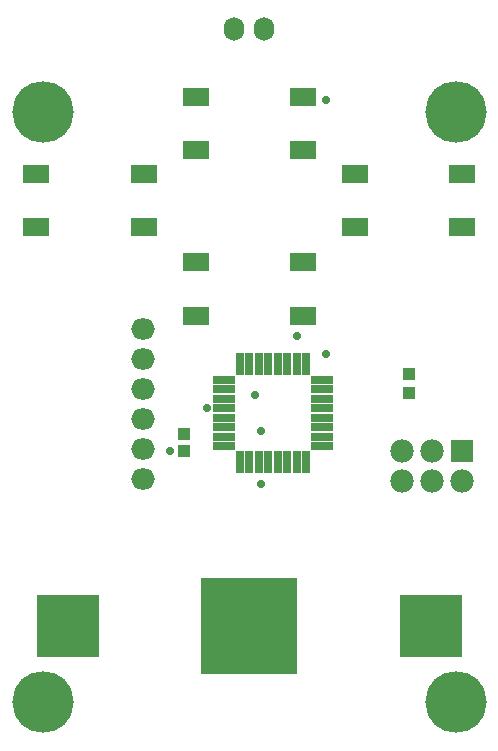
<source format=gts>
%FSLAX25Y25*%
%MOIN*%
G70*
G01*
G75*
G04 Layer_Color=8388736*
%ADD10R,0.20000X0.20000*%
%ADD11R,0.31200X0.31200*%
%ADD12R,0.03543X0.03150*%
%ADD13R,0.08268X0.05512*%
%ADD14R,0.02165X0.06693*%
%ADD15R,0.06693X0.02165*%
%ADD16C,0.01969*%
%ADD17O,0.07087X0.06299*%
%ADD18O,0.05906X0.07087*%
%ADD19C,0.19685*%
%ADD20C,0.07000*%
%ADD21R,0.07000X0.07000*%
%ADD22C,0.01969*%
%ADD23C,0.01000*%
%ADD24C,0.00500*%
%ADD25C,0.00984*%
%ADD26C,0.02362*%
%ADD27C,0.00787*%
%ADD28R,0.20800X0.20800*%
%ADD29R,0.32000X0.32000*%
%ADD30R,0.04343X0.03950*%
%ADD31R,0.09068X0.06312*%
%ADD32R,0.02965X0.07493*%
%ADD33R,0.07493X0.02965*%
%ADD34O,0.07887X0.07099*%
%ADD35O,0.06706X0.07887*%
%ADD36C,0.20485*%
%ADD37C,0.07800*%
%ADD38R,0.07800X0.07800*%
%ADD39C,0.02769*%
D28*
X-60500Y-88583D02*
D03*
X60500D02*
D03*
D29*
X0D02*
D03*
D30*
X53150Y-4724D02*
D03*
Y-11024D02*
D03*
X-21654Y-24803D02*
D03*
Y-30315D02*
D03*
D31*
X17913Y69882D02*
D03*
X-17913D02*
D03*
X17913Y87598D02*
D03*
X-17913D02*
D03*
X-35236Y44291D02*
D03*
X-71063D02*
D03*
X-35236Y62008D02*
D03*
X-71063D02*
D03*
X71063Y44291D02*
D03*
X35236D02*
D03*
X71063Y62008D02*
D03*
X35236D02*
D03*
X17913Y14764D02*
D03*
X-17913D02*
D03*
X17913Y32480D02*
D03*
X-17913D02*
D03*
D32*
X-3150Y-34055D02*
D03*
X0D02*
D03*
X3150D02*
D03*
X6299D02*
D03*
X9449D02*
D03*
X12598D02*
D03*
X15748D02*
D03*
X18898D02*
D03*
Y-1378D02*
D03*
X15748D02*
D03*
X12598D02*
D03*
X9449D02*
D03*
X6299D02*
D03*
X3150D02*
D03*
X0D02*
D03*
X-3150D02*
D03*
D33*
X24213Y-28740D02*
D03*
Y-25591D02*
D03*
Y-22441D02*
D03*
Y-19291D02*
D03*
Y-16142D02*
D03*
Y-12992D02*
D03*
Y-9843D02*
D03*
Y-6693D02*
D03*
X-8465D02*
D03*
Y-9843D02*
D03*
Y-12992D02*
D03*
Y-16142D02*
D03*
Y-19291D02*
D03*
Y-22441D02*
D03*
Y-25591D02*
D03*
Y-28740D02*
D03*
D34*
X-35433Y-19567D02*
D03*
Y-29567D02*
D03*
Y-9567D02*
D03*
Y433D02*
D03*
Y10433D02*
D03*
Y-39567D02*
D03*
D35*
X-5000Y110236D02*
D03*
X5000D02*
D03*
D36*
X-68898Y-114173D02*
D03*
X68898D02*
D03*
Y82677D02*
D03*
X-68898D02*
D03*
D37*
X51024Y-30433D02*
D03*
X61024D02*
D03*
X71024Y-40433D02*
D03*
X61024D02*
D03*
X51024D02*
D03*
D38*
X71024Y-30433D02*
D03*
D39*
X3937Y-23622D02*
D03*
X-14173Y-16142D02*
D03*
X-26378Y-30315D02*
D03*
X1969Y-11811D02*
D03*
X15748Y7874D02*
D03*
X25591Y86614D02*
D03*
Y1969D02*
D03*
X3937Y-41339D02*
D03*
M02*

</source>
